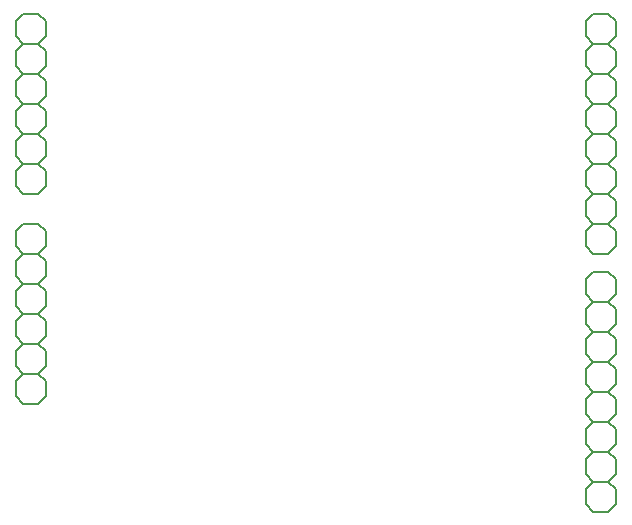
<source format=gbr>
G04 EAGLE Gerber RS-274X export*
G75*
%MOMM*%
%FSLAX34Y34*%
%LPD*%
%INSilkscreen Bottom*%
%IPPOS*%
%AMOC8*
5,1,8,0,0,1.08239X$1,22.5*%
G01*
%ADD10C,0.152400*%


D10*
X787400Y626110D02*
X787400Y638810D01*
X781050Y645160D01*
X768350Y645160D01*
X762000Y638810D01*
X787400Y600710D02*
X781050Y594360D01*
X787400Y600710D02*
X787400Y613410D01*
X781050Y619760D01*
X768350Y619760D01*
X762000Y613410D01*
X762000Y600710D01*
X768350Y594360D01*
X781050Y619760D02*
X787400Y626110D01*
X768350Y619760D02*
X762000Y626110D01*
X762000Y638810D01*
X787400Y562610D02*
X787400Y549910D01*
X787400Y562610D02*
X781050Y568960D01*
X768350Y568960D01*
X762000Y562610D01*
X781050Y568960D02*
X787400Y575310D01*
X787400Y588010D01*
X781050Y594360D01*
X768350Y594360D01*
X762000Y588010D01*
X762000Y575310D01*
X768350Y568960D01*
X787400Y524510D02*
X781050Y518160D01*
X787400Y524510D02*
X787400Y537210D01*
X781050Y543560D01*
X768350Y543560D01*
X762000Y537210D01*
X762000Y524510D01*
X768350Y518160D01*
X781050Y543560D02*
X787400Y549910D01*
X768350Y543560D02*
X762000Y549910D01*
X762000Y562610D01*
X787400Y486410D02*
X787400Y473710D01*
X787400Y486410D02*
X781050Y492760D01*
X768350Y492760D01*
X762000Y486410D01*
X781050Y492760D02*
X787400Y499110D01*
X787400Y511810D01*
X781050Y518160D01*
X768350Y518160D01*
X762000Y511810D01*
X762000Y499110D01*
X768350Y492760D01*
X768350Y467360D02*
X781050Y467360D01*
X787400Y473710D01*
X768350Y467360D02*
X762000Y473710D01*
X762000Y486410D01*
X787400Y651510D02*
X787400Y664210D01*
X781050Y670560D01*
X768350Y670560D01*
X762000Y664210D01*
X781050Y645160D02*
X787400Y651510D01*
X768350Y645160D02*
X762000Y651510D01*
X762000Y664210D01*
X787400Y844550D02*
X787400Y857250D01*
X781050Y863600D01*
X768350Y863600D01*
X762000Y857250D01*
X787400Y819150D02*
X781050Y812800D01*
X787400Y819150D02*
X787400Y831850D01*
X781050Y838200D01*
X768350Y838200D01*
X762000Y831850D01*
X762000Y819150D01*
X768350Y812800D01*
X781050Y838200D02*
X787400Y844550D01*
X768350Y838200D02*
X762000Y844550D01*
X762000Y857250D01*
X787400Y781050D02*
X787400Y768350D01*
X787400Y781050D02*
X781050Y787400D01*
X768350Y787400D01*
X762000Y781050D01*
X781050Y787400D02*
X787400Y793750D01*
X787400Y806450D01*
X781050Y812800D01*
X768350Y812800D01*
X762000Y806450D01*
X762000Y793750D01*
X768350Y787400D01*
X787400Y742950D02*
X781050Y736600D01*
X787400Y742950D02*
X787400Y755650D01*
X781050Y762000D01*
X768350Y762000D01*
X762000Y755650D01*
X762000Y742950D01*
X768350Y736600D01*
X781050Y762000D02*
X787400Y768350D01*
X768350Y762000D02*
X762000Y768350D01*
X762000Y781050D01*
X787400Y704850D02*
X787400Y692150D01*
X787400Y704850D02*
X781050Y711200D01*
X768350Y711200D01*
X762000Y704850D01*
X781050Y711200D02*
X787400Y717550D01*
X787400Y730250D01*
X781050Y736600D01*
X768350Y736600D01*
X762000Y730250D01*
X762000Y717550D01*
X768350Y711200D01*
X768350Y685800D02*
X781050Y685800D01*
X787400Y692150D01*
X768350Y685800D02*
X762000Y692150D01*
X762000Y704850D01*
X787400Y869950D02*
X787400Y882650D01*
X781050Y889000D01*
X768350Y889000D01*
X762000Y882650D01*
X781050Y863600D02*
X787400Y869950D01*
X768350Y863600D02*
X762000Y869950D01*
X762000Y882650D01*
X304800Y704850D02*
X304800Y692150D01*
X304800Y704850D02*
X298450Y711200D01*
X285750Y711200D02*
X279400Y704850D01*
X304800Y666750D02*
X298450Y660400D01*
X304800Y666750D02*
X304800Y679450D01*
X298450Y685800D01*
X285750Y685800D01*
X279400Y679450D01*
X279400Y666750D01*
X285750Y660400D01*
X298450Y685800D02*
X304800Y692150D01*
X285750Y685800D02*
X279400Y692150D01*
X279400Y704850D01*
X304800Y628650D02*
X304800Y615950D01*
X304800Y628650D02*
X298450Y635000D01*
X285750Y635000D01*
X279400Y628650D01*
X298450Y635000D02*
X304800Y641350D01*
X304800Y654050D01*
X298450Y660400D01*
X285750Y660400D01*
X279400Y654050D01*
X279400Y641350D01*
X285750Y635000D01*
X304800Y590550D02*
X298450Y584200D01*
X304800Y590550D02*
X304800Y603250D01*
X298450Y609600D01*
X285750Y609600D01*
X279400Y603250D01*
X279400Y590550D01*
X285750Y584200D01*
X298450Y609600D02*
X304800Y615950D01*
X285750Y609600D02*
X279400Y615950D01*
X279400Y628650D01*
X285750Y558800D02*
X298450Y558800D01*
X304800Y565150D01*
X304800Y577850D01*
X298450Y584200D01*
X285750Y584200D01*
X279400Y577850D01*
X279400Y565150D01*
X285750Y558800D01*
X304800Y869950D02*
X304800Y882650D01*
X298450Y889000D01*
X285750Y889000D01*
X279400Y882650D01*
X304800Y844550D02*
X298450Y838200D01*
X304800Y844550D02*
X304800Y857250D01*
X298450Y863600D01*
X285750Y863600D01*
X279400Y857250D01*
X279400Y844550D01*
X285750Y838200D01*
X298450Y863600D02*
X304800Y869950D01*
X285750Y863600D02*
X279400Y869950D01*
X279400Y882650D01*
X304800Y806450D02*
X304800Y793750D01*
X304800Y806450D02*
X298450Y812800D01*
X285750Y812800D01*
X279400Y806450D01*
X298450Y812800D02*
X304800Y819150D01*
X304800Y831850D01*
X298450Y838200D01*
X285750Y838200D01*
X279400Y831850D01*
X279400Y819150D01*
X285750Y812800D01*
X304800Y768350D02*
X298450Y762000D01*
X304800Y768350D02*
X304800Y781050D01*
X298450Y787400D01*
X285750Y787400D01*
X279400Y781050D01*
X279400Y768350D01*
X285750Y762000D01*
X298450Y787400D02*
X304800Y793750D01*
X285750Y787400D02*
X279400Y793750D01*
X279400Y806450D01*
X285750Y736600D02*
X298450Y736600D01*
X304800Y742950D01*
X304800Y755650D01*
X298450Y762000D01*
X285750Y762000D01*
X279400Y755650D01*
X279400Y742950D01*
X285750Y736600D01*
X285750Y711200D02*
X298450Y711200D01*
M02*

</source>
